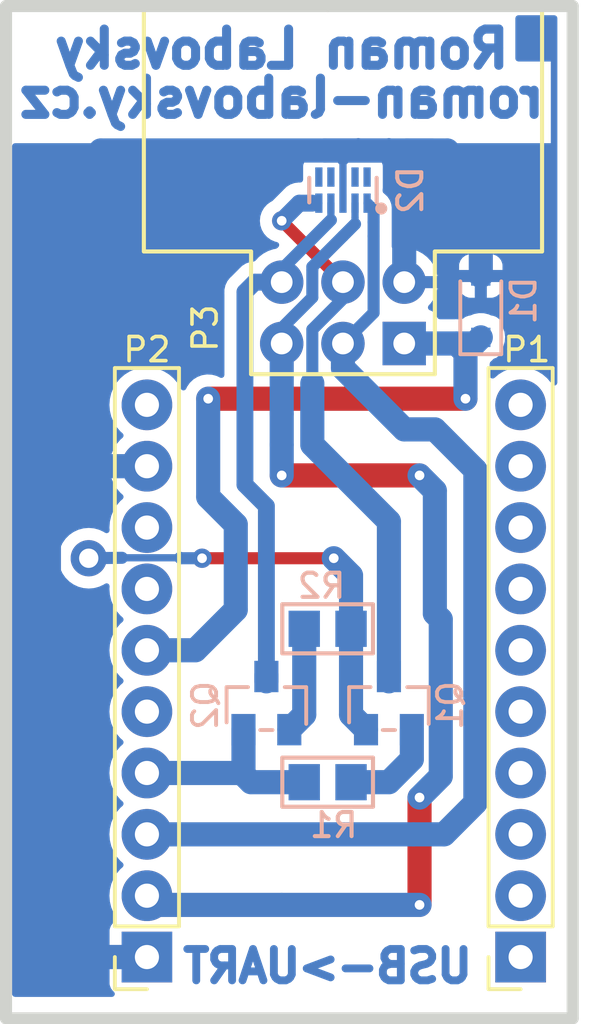
<source format=kicad_pcb>
(kicad_pcb (version 20221018) (generator pcbnew)
  (title_block (title "USB to UART converter with module") (date "2022-01-23") (rev "v1.0") (company "Roman Labovsky (roman-labovsky.cz)"))
  (layers (0 "F.Cu" signal) (31 "B.Cu" signal) (34 "B.Paste" user) (35 "F.Paste" user) (36 "B.SilkS" user "B.Silkscreen") (37 "F.SilkS" user "F.Silkscreen") (38 "B.Mask" user) (39 "F.Mask" user) (44 "Edge.Cuts" user))
  (net 0 "")
  (net 1 "USB_+5V")
  (net 2 "GND")
  (net 3 "/EN")
  (net 4 "/RXD")
  (net 7 "/TXD")
  (net 8 "/IO0")
  (net 11 "/DTR")
  (net 14 "unconnected-(P1-Pad8)")
  (net 19 "unconnected-(P1-Pad10)")
  (net 24 "/RTS")
  (net 27 "Net-(Q1-B)")
  (net 28 "Net-(Q2-B)")
  (footprint "connector_tht_pinsocket_2.54mm_rl:1x10_pinsocket_2.54mm_vertical_8.4mm" (layer "F.Cu") (at 94.996 88.9 180)
    (fp_text reference "P1" (at -0.254 25.146 180) (layer "F.SilkS"))
    (fp_text value "DS1023-1-10S21")
    (fp_line (start -1.33 1.27) (end -1.33 24.384) (stroke (width 0.16)) (layer "F.SilkS"))
    (fp_line (start -1.33 1.27) (end 1.33 1.27) (stroke (width 0.16)) (layer "F.SilkS"))
    (fp_line (start -1.33 24.384) (end 1.33 24.384) (stroke (width 0.16)) (layer "F.SilkS"))
    (fp_line (start 0 -1.33) (end 1.33 -1.33) (stroke (width 0.16)) (layer "F.SilkS"))
    (fp_line (start 1.33 -1.33) (end 1.33 0) (stroke (width 0.16)) (layer "F.SilkS"))
    (fp_line (start 1.33 1.27) (end 1.33 24.384) (stroke (width 0.16)) (layer "F.SilkS"))
    (pad "1" thru_hole rect (at 0 0 180) (size 2.1 2.1) (drill 1) (layers "*.Cu" "*.Mask"))
    (pad "2" thru_hole oval (at 0 2.54 180) (size 2.1 2.1) (drill 1) (layers "*.Cu" "*.Mask"))
    (pad "3" thru_hole oval (at 0 5.08 180) (size 2.1 2.1) (drill 1) (layers "*.Cu" "*.Mask"))
    (pad "4" thru_hole oval (at 0 7.62 180) (size 2.1 2.1) (drill 1) (layers "*.Cu" "*.Mask"))
    (pad "5" thru_hole oval (at 0 10.16 180) (size 2.1 2.1) (drill 1) (layers "*.Cu" "*.Mask"))
    (pad "6" thru_hole oval (at 0 12.7 180) (size 2.1 2.1) (drill 1) (layers "*.Cu" "*.Mask"))
    (pad "7" thru_hole oval (at 0 15.24 180) (size 2.1 2.1) (drill 1) (layers "*.Cu" "*.Mask"))
    (pad "8" thru_hole oval (at 0 17.78 180) (size 2.1 2.1) (drill 1) (layers "*.Cu" "*.Mask") (net 14 "unconnected-(P1-Pad8)"))
    (pad "9" thru_hole oval (at 0 20.32 180) (size 2.1 2.1) (drill 1) (layers "*.Cu" "*.Mask"))
    (pad "10" thru_hole oval (at 0 22.86 180) (size 2.1 2.1) (drill 1) (layers "*.Cu" "*.Mask") (net 19 "unconnected-(P1-Pad10)"))
  )
  (footprint "connector_idc_rl:2x3_MLW06A" (layer "F.Cu") (at 87.63 62.23 90)
    (fp_text reference "P3" (at -0.635 -5.715 90) (layer "F.SilkS"))
    (fp_text value "2x3_MLW06A")
    (fp_line (start -2.54 -3.81) (end -2.54 3.81) (stroke (width 0.17)) (layer "F.SilkS"))
    (fp_line (start -2.54 3.81) (end 2.54 3.81) (stroke (width 0.17)) (layer "F.SilkS"))
    (fp_line (start 2.54 -8.255) (end 2.54 -3.81) (stroke (width 0.17)) (layer "F.SilkS"))
    (fp_line (start 2.54 -3.81) (end -2.54 -3.81) (stroke (width 0.17)) (layer "F.SilkS"))
    (fp_line (start 2.54 3.81) (end 2.54 8.255) (stroke (width 0.17)) (layer "F.SilkS"))
    (fp_line (start 2.54 8.255) (end 12.7 8.255) (stroke (width 0.17)) (layer "F.SilkS"))
    (fp_line (start 12.7 -8.255) (end 2.54 -8.255) (stroke (width 0.17)) (layer "F.SilkS"))
    (fp_line (start 12.7 8.255) (end 12.7 -8.255) (stroke (width 0.17)) (layer "F.SilkS"))
    (pad "1" thru_hole rect (at -1.27 2.54 90) (size 1.8 1.8) (drill 0.9) (layers "*.Cu" "*.Mask") (net 1 "USB_+5V"))
    (pad "2" thru_hole oval (at 1.27 2.54 90) (size 1.8 1.8) (drill 0.9) (layers "*.Cu" "*.Mask") (net 2 "GND"))
    (pad "3" thru_hole oval (at -1.27 0 90) (size 1.8 1.8) (drill 0.9) (layers "*.Cu" "*.Mask") (net 4 "/RXD"))
    (pad "4" thru_hole oval (at 1.27 0 90) (size 1.8 1.8) (drill 0.9) (layers "*.Cu" "*.Mask") (net 8 "/IO0"))
    (pad "5" thru_hole oval (at -1.27 -2.54 90) (size 1.8 1.8) (drill 0.9) (layers "*.Cu" "*.Mask") (net 7 "/TXD"))
    (pad "6" thru_hole oval (at 1.27 -2.54 90) (size 1.8 1.8) (drill 0.9) (layers "*.Cu" "*.Mask") (net 3 "/EN"))
  )
  (footprint "connector_tht_pinsocket_2.54mm_rl:1x10_pinsocket_2.54mm_vertical_8.4mm" (layer "F.Cu") (at 79.502 88.9 180)
    (fp_text reference "P2" (at 0 25.146 180) (layer "F.SilkS"))
    (fp_text value "DS1023-1-10S21")
    (fp_line (start -1.33 1.27) (end -1.33 24.384) (stroke (width 0.16)) (layer "F.SilkS"))
    (fp_line (start -1.33 1.27) (end 1.33 1.27) (stroke (width 0.16)) (layer "F.SilkS"))
    (fp_line (start -1.33 24.384) (end 1.33 24.384) (stroke (width 0.16)) (layer "F.SilkS"))
    (fp_line (start 0 -1.33) (end 1.33 -1.33) (stroke (width 0.16)) (layer "F.SilkS"))
    (fp_line (start 1.33 -1.33) (end 1.33 0) (stroke (width 0.16)) (layer "F.SilkS"))
    (fp_line (start 1.33 1.27) (end 1.33 24.384) (stroke (width 0.16)) (layer "F.SilkS"))
    (pad "1" thru_hole rect (at 0 0 180) (size 2.1 2.1) (drill 1) (layers "*.Cu" "*.Mask") (net 2 "GND"))
    (pad "2" thru_hole oval (at 0 2.54 180) (size 2.1 2.1) (drill 1) (layers "*.Cu" "*.Mask") (net 7 "/TXD"))
    (pad "3" thru_hole oval (at 0 5.08 180) (size 2.1 2.1) (drill 1) (layers "*.Cu" "*.Mask") (net 4 "/RXD"))
    (pad "4" thru_hole oval (at 0 7.62 180) (size 2.1 2.1) (drill 1) (layers "*.Cu" "*.Mask") (net 24 "/RTS"))
    (pad "5" thru_hole oval (at 0 10.16 180) (size 2.1 2.1) (drill 1) (layers "*.Cu" "*.Mask"))
    (pad "6" thru_hole oval (at 0 12.7 180) (size 2.1 2.1) (drill 1) (layers "*.Cu" "*.Mask") (net 1 "USB_+5V"))
    (pad "7" thru_hole oval (at 0 15.24 180) (size 2.1 2.1) (drill 1) (layers "*.Cu" "*.Mask"))
    (pad "8" thru_hole oval (at 0 17.78 180) (size 2.1 2.1) (drill 1) (layers "*.Cu" "*.Mask"))
    (pad "9" thru_hole oval (at 0 20.32 180) (size 2.1 2.1) (drill 1) (layers "*.Cu" "*.Mask") (net 2 "GND"))
    (pad "10" thru_hole oval (at 0 22.86 180) (size 2.1 2.1) (drill 1) (layers "*.Cu" "*.Mask"))
  )
  (footprint "package_sod_rl:sod_323" (layer "B.Cu") (at 93.345 61.976 90)
    (fp_text reference "D1" (at 0.254 1.778 270) (layer "B.SilkS") (effects (font (thickness 0.16)) (justify mirror)))
    (fp_text value "SD05-7")
    (fp_line (start -1.9685 -0.85) (end 1.05 -0.85) (stroke (width 0.16)) (layer "B.SilkS"))
    (fp_line (start -1.9685 0.85) (end -1.9685 -0.85) (stroke (width 0.16)) (layer "B.SilkS"))
    (fp_line (start -1.9685 0.85) (end 1.05 0.85) (stroke (width 0.16)) (layer "B.SilkS"))
    (pad "1" smd rect (at -1.27 0 90) (size 0.8 0.8) (layers "B.Cu" "B.Paste" "B.Mask") (net 1 "USB_+5V"))
    (pad "2" smd rect (at 1.27 0 90) (size 0.8 0.8) (layers "B.Cu" "B.Paste" "B.Mask") (net 2 "GND"))
  )
  (footprint "package_dfn_rl:dfn_2510a_10" (layer "B.Cu") (at 87.63 57.15 90)
    (fp_text reference "D2" (at 0 2.794 90) (layer "B.SilkS") (effects (font (thickness 0.17)) (justify mirror)))
    (fp_text value "PHDMI2AB4Z")
    (fp_line (start -0.1905 1.397) (end -0.508 1.397) (stroke (width 0.17)) (layer "B.SilkS"))
    (fp_line (start 0.508 -1.397) (end -0.508 -1.397) (stroke (width 0.17)) (layer "B.SilkS"))
    (fp_line (start 0.508 1.397) (end -0.1905 1.397) (stroke (width 0.17)) (layer "B.SilkS"))
    (fp_circle (center -0.762 1.5875) (end -0.762 1.397) (stroke (width 0.12)) (fill none) (layer "B.SilkS"))
    (fp_circle (center -0.762 1.5875) (end -0.762 1.4605) (stroke (width 0.12)) (fill none) (layer "B.SilkS"))
    (fp_circle (center -0.762 1.5875) (end -0.762 1.524) (stroke (width 0.12)) (fill none) (layer "B.SilkS"))
    (pad "1" smd rect (at -0.54 1 180) (size 0.3 0.8) (layers "B.Cu" "B.Paste" "B.Mask") (net 4 "/RXD"))
    (pad "2" smd rect (at -0.54 0.5 180) (size 0.3 0.8) (layers "B.Cu" "B.Paste" "B.Mask") (net 7 "/TXD"))
    (pad "3" smd rect (at -0.54 0 180) (size 0.3 0.8) (layers "B.Cu" "B.Paste" "B.Mask") (net 2 "GND"))
    (pad "4" smd rect (at -0.54 -0.5 180) (size 0.3 0.8) (layers "B.Cu" "B.Paste" "B.Mask") (net 3 "/EN"))
    (pad "5" smd rect (at -0.54 -1 180) (size 0.3 0.8) (layers "B.Cu" "B.Paste" "B.Mask") (net 8 "/IO0"))
    (pad "6" smd rect (at 0.54 -1 180) (size 0.3 0.8) (layers "B.Cu" "B.Paste" "B.Mask"))
    (pad "7" smd rect (at 0.54 -0.5 180) (size 0.3 0.8) (layers "B.Cu" "B.Paste" "B.Mask"))
    (pad "8" smd rect (at 0.54 0 180) (size 0.3 0.8) (layers "B.Cu" "B.Paste" "B.Mask") (net 2 "GND"))
    (pad "9" smd rect (at 0.54 0.5 180) (size 0.3 0.8) (layers "B.Cu" "B.Paste" "B.Mask"))
    (pad "10" smd rect (at 0.54 1 180) (size 0.3 0.8) (layers "B.Cu" "B.Paste" "B.Mask"))
  )
  (footprint "package_sot_rl:sot_23_3" (layer "B.Cu") (at 89.535 78.486 90)
    (fp_text reference "Q1" (at 0 2.54 270) (layer "B.SilkS") (effects (font (thickness 0.16)) (justify mirror)))
    (fp_text value "MMBT2222")
    (fp_line (start -1.016 0.254) (end -1.016 -0.254) (stroke (width 0.16)) (layer "B.SilkS"))
    (fp_line (start 0.76 -1.651) (end -0.7 -1.651) (stroke (width 0.16)) (layer "B.SilkS"))
    (fp_line (start 0.76 1.651) (end 0.76 0.762) (stroke (width 0.16)) (layer "B.SilkS"))
    (fp_line (start 0.762 -1.651) (end 0.762 -0.762) (stroke (width 0.16)) (layer "B.SilkS"))
    (fp_line (start 0.762 1.651) (end -0.762 1.651) (stroke (width 0.16)) (layer "B.SilkS"))
    (pad "1" smd rect (at -1 0.95 90) (size 1.3 1) (layers "B.Cu" "B.Paste" "B.Mask") (net 27 "Net-(Q1-B)"))
    (pad "2" smd rect (at -1 -0.95 90) (size 1.3 1) (layers "B.Cu" "B.Paste" "B.Mask") (net 11 "/DTR"))
    (pad "3" smd rect (at 1.2 0 90) (size 1.3 1) (layers "B.Cu" "B.Paste" "B.Mask") (net 8 "/IO0"))
  )
  (footprint "package_sot_rl:sot_23_3" (layer "B.Cu") (at 84.455 78.486 90)
    (fp_text reference "Q2" (at 0 -2.54 270) (layer "B.SilkS") (effects (font (thickness 0.16)) (justify mirror)))
    (fp_text value "MMBT2222")
    (fp_line (start -1.016 0.254) (end -1.016 -0.254) (stroke (width 0.16)) (layer "B.SilkS"))
    (fp_line (start 0.76 -1.651) (end -0.7 -1.651) (stroke (width 0.16)) (layer "B.SilkS"))
    (fp_line (start 0.76 1.651) (end 0.76 0.762) (stroke (width 0.16)) (layer "B.SilkS"))
    (fp_line (start 0.762 -1.651) (end 0.762 -0.762) (stroke (width 0.16)) (layer "B.SilkS"))
    (fp_line (start 0.762 1.651) (end -0.762 1.651) (stroke (width 0.16)) (layer "B.SilkS"))
    (pad "1" smd rect (at -1 0.95 90) (size 1.3 1) (layers "B.Cu" "B.Paste" "B.Mask") (net 28 "Net-(Q2-B)"))
    (pad "2" smd rect (at -1 -0.95 90) (size 1.3 1) (layers "B.Cu" "B.Paste" "B.Mask") (net 24 "/RTS"))
    (pad "3" smd rect (at 1.2 0 90) (size 1.3 1) (layers "B.Cu" "B.Paste" "B.Mask") (net 3 "/EN"))
  )
  (footprint "resistor_smd_rl:r_0805" (layer "B.Cu") (at 86.995 75.311 180)
    (fp_text reference "R2" (at 0.254 1.778) (layer "B.SilkS") (effects (font (thickness 0.17)) (justify mirror)))
    (fp_text value "10k")
    (fp_line (start -1.88 -1.016) (end -1.88 1.016) (stroke (width 0.17)) (layer "B.SilkS"))
    (fp_line (start -1.88 -1.016) (end 1.88 -1.016) (stroke (width 0.17)) (layer "B.SilkS"))
    (fp_line (start -1.88 1.016) (end 1.88 1.016) (stroke (width 0.17)) (layer "B.SilkS"))
    (fp_line (start 1.88 -1.016) (end 1.88 1.016) (stroke (width 0.17)) (layer "B.SilkS"))
    (pad "1" smd rect (at -0.97 0 180) (size 1.3 1.5) (layers "B.Cu" "B.Paste" "B.Mask") (net 11 "/DTR"))
    (pad "2" smd rect (at 0.97 0 180) (size 1.3 1.5) (layers "B.Cu" "B.Paste" "B.Mask") (net 28 "Net-(Q2-B)"))
  )
  (footprint "resistor_smd_rl:r_0805" (layer "B.Cu") (at 86.995 81.661)
    (fp_text reference "R1" (at 0.254 1.778 180) (layer "B.SilkS") (effects (font (thickness 0.17)) (justify mirror)))
    (fp_text value "10k")
    (fp_line (start -1.88 -1.016) (end -1.88 1.016) (stroke (width 0.17)) (layer "B.SilkS"))
    (fp_line (start -1.88 -1.016) (end 1.88 -1.016) (stroke (width 0.17)) (layer "B.SilkS"))
    (fp_line (start -1.88 1.016) (end 1.88 1.016) (stroke (width 0.17)) (layer "B.SilkS"))
    (fp_line (start 1.88 -1.016) (end 1.88 1.016) (stroke (width 0.17)) (layer "B.SilkS"))
    (pad "1" smd rect (at -0.97 0) (size 1.3 1.5) (layers "B.Cu" "B.Paste" "B.Mask") (net 24 "/RTS"))
    (pad "2" smd rect (at 0.97 0) (size 1.3 1.5) (layers "B.Cu" "B.Paste" "B.Mask") (net 27 "Net-(Q1-B)"))
  )
  (footprint "mounting_hole_pad_rl:mountig_hole_pad_0.8x1.5mm" (layer "B.Cu") (at 77.089 72.39)
    (fp_text reference "H1" hide)
    (fp_text value "mountig_hole_pad_0.8x1.5mm" hide)
    (pad "1" thru_hole circle (at 0 0) (size 1.5 1.5) (drill 0.8) (layers "*.Cu" "*.Mask") (net 11 "/DTR"))
  )
  (gr_line (start 97.155 91.44) (end 97.155 49.53) (stroke (width 0.5)) (layer "Edge.Cuts"))
  (gr_line (start 73.66 49.53) (end 73.66 91.44) (stroke (width 0.5)) (layer "Edge.Cuts"))
  (gr_line (start 97.155 49.53) (end 86.995 49.53) (stroke (width 0.5)) (layer "Edge.Cuts"))
  (gr_line (start 73.66 91.44) (end 97.155 91.44) (stroke (width 0.5)) (layer "Edge.Cuts"))
  (gr_line (start 86.995 49.53) (end 73.66 49.53) (stroke (width 0.5)) (layer "Edge.Cuts"))
  (gr_text "USB->UART" (at 86.995 89.281) (layer "B.Cu") (effects (font (size 1.3 1.3) (thickness 0.325)) (justify mirror)))
  (gr_text "Roman Labovsky" (at 85.09 51.308) (layer "B.Cu") (effects (font (size 1.5 1.5) (thickness 0.375)) (justify mirror)))
  (gr_text "roman-labovsky.cz" (at 85.09 53.34) (layer "B.Cu") (effects (font (size 1.5 1.5) (thickness 0.375)) (justify mirror)))
  (segment (start 82.042 65.786) (end 92.71 65.786) (width 1) (layer "F.Cu") (net 1))
  (via (at 82.042 65.786) (size 0.8) (drill 0.4) (layers "F.Cu" "B.Cu") (net 1))
  (via (at 92.71 65.786) (size 0.8) (drill 0.4) (layers "F.Cu" "B.Cu") (net 1))
  (segment (start 82.042 69.85) (end 83.185 70.993) (width 1) (layer "B.Cu") (net 1))
  (segment (start 82.042 65.786) (end 82.042 69.85) (width 1) (layer "B.Cu") (net 1))
  (segment (start 83.185 70.993) (end 83.185 74.522345) (width 1) (layer "B.Cu") (net 1))
  (segment (start 81.507345 76.2) (end 79.5 76.2) (width 1) (layer "B.Cu") (net 1))
  (segment (start 92.71 63.881) (end 92.329 63.5) (width 1) (layer "B.Cu") (net 1))
  (segment (start 93.091 63.5) (end 93.345 63.246) (width 1) (layer "B.Cu") (net 1))
  (segment (start 83.185 74.522345) (end 81.507345 76.2) (width 1) (layer "B.Cu") (net 1))
  (segment (start 90.17 63.5) (end 92.329 63.5) (width 1) (layer "B.Cu") (net 1))
  (segment (start 92.329 63.5) (end 93.091 63.5) (width 1) (layer "B.Cu") (net 1))
  (segment (start 92.71 65.786) (end 92.71 63.881) (width 1) (layer "B.Cu") (net 1))
  (segment (start 75.919999 57.176001) (end 76.2 56.896) (width 1) (layer "B.Cu") (net 2))
  (segment (start 93.345 56.896) (end 91.958999 55.509999) (width 1) (layer "B.Cu") (net 2))
  (segment (start 90.286001 55.509999) (end 86.878999 55.509999) (width 1) (layer "B.Cu") (net 2))
  (segment (start 76.2 56.896) (end 77.586001 55.509999) (width 1) (layer "B.Cu") (net 2))
  (segment (start 79.5 88.9) (end 77.724 88.9) (width 1) (layer "B.Cu") (net 2))
  (segment (start 75.438 87.095999) (end 75.438 57.658) (width 1) (layer "B.Cu") (net 2))
  (segment (start 91.958999 55.509999) (end 90.286001 55.509999) (width 1) (layer "B.Cu") (net 2))
  (segment (start 86.878999 55.509999) (end 89.418999 55.509999) (width 1) (layer "B.Cu") (net 2))
  (segment (start 89.535 55.245) (end 90.17 55.88) (width 0.5) (layer "B.Cu") (net 2))
  (segment (start 79.5 68.58) (end 75.946 68.58) (width 1) (layer "B.Cu") (net 2))
  (segment (start 75.919999 68.606001) (end 75.946 68.58) (width 1) (layer "B.Cu") (net 2))
  (segment (start 87.63 56.61) (end 87.63 55.88) (width 0.3) (layer "B.Cu") (net 2))
  (segment (start 77.242001 88.9) (end 75.438 87.095999) (width 1) (layer "B.Cu") (net 2))
  (segment (start 93.345 60.706) (end 93.345 56.896) (width 1) (layer "B.Cu") (net 2))
  (segment (start 79.5 88.9) (end 77.242001 88.9) (width 1) (layer "B.Cu") (net 2))
  (segment (start 87.63 55.88) (end 88.265 55.245) (width 0.5) (layer "B.Cu") (net 2))
  (segment (start 87.63 57.69) (end 87.63 56.61) (width 0.3) (layer "B.Cu") (net 2))
  (segment (start 91.323999 55.509999) (end 90.286001 55.509999) (width 1) (layer "B.Cu") (net 2))
  (segment (start 77.586001 55.509999) (end 86.878999 55.509999) (width 1) (layer "B.Cu") (net 2))
  (segment (start 75.438 57.658) (end 76.2 56.896) (width 1) (layer "B.Cu") (net 2))
  (segment (start 90.17 60.96) (end 90.17 55.626) (width 1) (layer "B.Cu") (net 2))
  (segment (start 90.17 55.626) (end 90.286001 55.509999) (width 1) (layer "B.Cu") (net 2))
  (segment (start 87.13 57.69) (end 87.13 58.39) (width 0.3) (layer "B.Cu") (net 3))
  (segment (start 84.455 77.486) (end 84.455 77.216) (width 1) (layer "B.Cu") (net 3))
  (segment (start 84.455 77.486) (end 84.455 70.231) (width 0.7) (layer "B.Cu") (net 3))
  (segment (start 85.09 60.96) (end 84.582 60.96) (width 0.7) (layer "B.Cu") (net 3))
  (segment (start 85.09 60.43) (end 85.09 60.96) (width 0.3) (layer "B.Cu") (net 3))
  (segment (start 87.13 58.39) (end 85.09 60.43) (width 0.5) (layer "B.Cu") (net 3))
  (segment (start 84.455 70.231) (end 83.566 69.342) (width 0.7) (layer "B.Cu") (net 3))
  (segment (start 83.566 69.342) (end 83.566 61.371001) (width 0.7) (layer "B.Cu") (net 3))
  (segment (start 83.977001 60.96) (end 85.09 60.96) (width 0.7) (layer "B.Cu") (net 3))
  (segment (start 83.566 61.371001) (end 83.977001 60.96) (width 0.7) (layer "B.Cu") (net 3))
  (segment (start 87.63 64.516) (end 90.17 67.056) (width 1) (layer "B.Cu") (net 4))
  (segment (start 93.119999 68.735999) (end 93.119999 82.521001) (width 1) (layer "B.Cu") (net 4))
  (segment (start 88.63 57.69) (end 88.678 57.69) (width 0.3) (layer "B.Cu") (net 4))
  (segment (start 93.119999 82.521001) (end 91.821 83.82) (width 1) (layer "B.Cu") (net 4))
  (segment (start 88.678 57.69) (end 88.9 57.912) (width 0.4) (layer "B.Cu") (net 4))
  (segment (start 79.5 83.82) (end 90.551 83.82) (width 1) (layer "B.Cu") (net 4))
  (segment (start 90.17 67.056) (end 91.44 67.056) (width 1) (layer "B.Cu") (net 4))
  (segment (start 87.63 63.5) (end 87.63 64.516) (width 1) (layer "B.Cu") (net 4))
  (segment (start 88.9 57.912) (end 88.9 58.476458) (width 0.5) (layer "B.Cu") (net 4))
  (segment (start 88.9 58.476458) (end 88.9 59.055) (width 0.5) (layer "B.Cu") (net 4))
  (segment (start 91.44 67.056) (end 93.119999 68.735999) (width 1) (layer "B.Cu") (net 4))
  (segment (start 88.9 59.055) (end 88.9 62.23) (width 0.5) (layer "B.Cu") (net 4))
  (segment (start 87.63 63.5) (end 88.9 62.23) (width 0.5) (layer "B.Cu") (net 4))
  (segment (start 91.821 83.82) (end 90.551 83.82) (width 1) (layer "B.Cu") (net 4))
  (segment (start 90.805 82.296) (end 90.805 86.741) (width 1) (layer "F.Cu") (net 7))
  (segment (start 85.09 68.961) (end 90.805 68.961) (width 1) (layer "F.Cu") (net 7))
  (via (at 90.805 86.741) (size 0.8) (drill 0.4) (layers "F.Cu" "B.Cu") (net 7))
  (via (at 85.09 68.961) (size 0.8) (drill 0.4) (layers "F.Cu" "B.Cu") (net 7))
  (via (at 90.805 68.961) (size 0.8) (drill 0.4) (layers "F.Cu" "B.Cu") (net 7))
  (via (at 90.805 82.296) (size 0.8) (drill 0.4) (layers "F.Cu" "B.Cu") (net 7))
  (segment (start 85.09 63.5) (end 85.09 62.865) (width 0.3) (layer "B.Cu") (net 7))
  (segment (start 85.09 68.961) (end 85.09 67.691) (width 1) (layer "B.Cu") (net 7))
  (segment (start 88.13 58.285) (end 88.13 58.555) (width 0.3) (layer "B.Cu") (net 7))
  (segment (start 90.805 86.741) (end 85.09 86.741) (width 1) (layer "B.Cu") (net 7))
  (segment (start 91.68501 81.41599) (end 91.266528 81.834472) (width 1) (layer "B.Cu") (net 7))
  (segment (start 86.36 60.453998) (end 86.36 60.325) (width 0.5) (layer "B.Cu") (net 7))
  (segment (start 85.09 86.741) (end 79.881 86.741) (width 1) (layer "B.Cu") (net 7))
  (segment (start 88.13 58.285) (end 88.13 57.69) (width 0.3) (layer "B.Cu") (net 7))
  (segment (start 85.09 62.865) (end 86.36 61.595) (width 0.5) (layer "B.Cu") (net 7))
  (segment (start 85.09 66.421) (end 85.09 63.5) (width 1) (layer "B.Cu") (net 7))
  (segment (start 88.13 58.555) (end 87.63 59.055) (width 0.5) (layer "B.Cu") (net 7))
  (segment (start 91.44 69.596) (end 91.44 74.676) (width 1) (layer "B.Cu") (net 7))
  (segment (start 85.09 67.691) (end 85.09 66.421) (width 1) (layer "B.Cu") (net 7))
  (segment (start 86.36 61.595) (end 86.36 60.453998) (width 0.5) (layer "B.Cu") (net 7))
  (segment (start 86.36 60.325) (end 87.63 59.055) (width 0.5) (layer "B.Cu") (net 7))
  (segment (start 79.881 86.741) (end 79.5 86.36) (width 1) (layer "B.Cu") (net 7))
  (segment (start 90.805 68.961) (end 91.44 69.596) (width 1) (layer "B.Cu") (net 7))
  (segment (start 91.266528 81.834472) (end 90.805 82.296) (width 1) (layer "B.Cu") (net 7))
  (segment (start 91.68501 74.92101) (end 91.68501 81.41599) (width 1) (layer "B.Cu") (net 7))
  (segment (start 91.44 74.676) (end 91.68501 74.92101) (width 1) (layer "B.Cu") (net 7))
  (segment (start 85.09 58.42) (end 85.09 58.42) (width 0.5) (layer "F.Cu") (net 8))
  (segment (start 87.63 60.96) (end 85.09 58.42) (width 0.5) (layer "F.Cu") (net 8))
  (via (at 85.09 58.42) (size 0.8) (drill 0.4) (layers "F.Cu" "B.Cu") (net 8))
  (segment (start 89.535 77.486) (end 89.535 70.866) (width 1) (layer "B.Cu") (net 8))
  (segment (start 85.82 57.69) (end 86.36 57.69) (width 0.7) (layer "B.Cu") (net 8))
  (segment (start 86.36 65.151) (end 86.36 62.919998) (width 0.5) (layer "B.Cu") (net 8))
  (segment (start 86.63 57.69) (end 86.201 57.69) (width 0.3) (layer "B.Cu") (net 8))
  (segment (start 86.36 67.691) (end 86.36 65.151) (width 1) (layer "B.Cu") (net 8))
  (segment (start 89.535 70.866) (end 86.36 67.691) (width 1) (layer "B.Cu") (net 8))
  (segment (start 87.63 61.649998) (end 86.36 62.919998) (width 0.5) (layer "B.Cu") (net 8))
  (segment (start 85.09 58.42) (end 85.82 57.69) (width 0.7) (layer "B.Cu") (net 8))
  (segment (start 87.63 60.96) (end 87.63 61.649998) (width 0.4) (layer "B.Cu") (net 8))
  (segment (start 87.249 72.39) (end 81.788 72.39) (width 0.5) (layer "F.Cu") (net 11))
  (via (at 81.788 72.39) (size 0.8) (drill 0.4) (layers "F.Cu" "B.Cu") (net 11))
  (via (at 87.249 72.39) (size 0.8) (drill 0.4) (layers "F.Cu" "B.Cu") (net 11))
  (segment (start 87.249 72.39) (end 87.965 73.106) (width 1) (layer "B.Cu") (net 11))
  (segment (start 81.788 72.39) (end 80.899 72.39) (width 0.5) (layer "B.Cu") (net 11))
  (segment (start 78.467001 72.371001) (end 80.880001 72.371001) (width 0.3) (layer "B.Cu") (net 11))
  (segment (start 87.965 73.106) (end 87.965 75.311) (width 1) (layer "B.Cu") (net 11))
  (segment (start 87.965 78.866) (end 87.965 75.311) (width 1) (layer "B.Cu") (net 11))
  (segment (start 77.089 72.39) (end 78.467001 72.371001) (width 0.5) (layer "B.Cu") (net 11))
  (segment (start 88.585 79.486) (end 87.965 78.866) (width 1) (layer "B.Cu") (net 11))
  (segment (start 80.899 72.39) (end 80.880001 72.371001) (width 0.5) (layer "B.Cu") (net 11))
  (segment (start 94.97 71.12) (end 94.615 71.12) (width 1) (layer "B.Cu") (net 14))
  (segment (start 95.224 65.786) (end 94.97 66.04) (width 1) (layer "B.Cu") (net 19))
  (segment (start 83.82 81.661) (end 83.505 81.346) (width 1) (layer "B.Cu") (net 24))
  (segment (start 83.505 81.346) (end 83.505 79.486) (width 1) (layer "B.Cu") (net 24))
  (segment (start 83.439 81.28) (end 83.505 81.346) (width 1) (layer "B.Cu") (net 24))
  (segment (start 86.025 81.661) (end 83.82 81.661) (width 1) (layer "B.Cu") (net 24))
  (segment (start 79.5 81.28) (end 83.439 81.28) (width 1) (layer "B.Cu") (net 24))
  (segment (start 90.485 80.711) (end 89.535 81.661) (width 1) (layer "B.Cu") (net 27))
  (segment (start 89.535 81.661) (end 87.965 81.661) (width 1) (layer "B.Cu") (net 27))
  (segment (start 90.485 79.486) (end 90.485 80.711) (width 1) (layer "B.Cu") (net 27))
  (segment (start 86.025 75.311) (end 86.025 78.866) (width 1) (layer "B.Cu") (net 28))
  (segment (start 86.025 78.866) (end 85.405 79.486) (width 1) (layer "B.Cu") (net 28))
  (zone (net 2) (net_name "GND") (layer "B.Cu") (connect_pads (clearance 0.5)) (min_thickness 0.25) (fill yes (thermal_gap 0.5) (thermal_bridge_width 0.5))
    (polygon (pts (xy 96.52 90.551) (xy 73.66 90.551) (xy 73.66 49.911) (xy 96.52 49.911)))
  )
)
</source>
